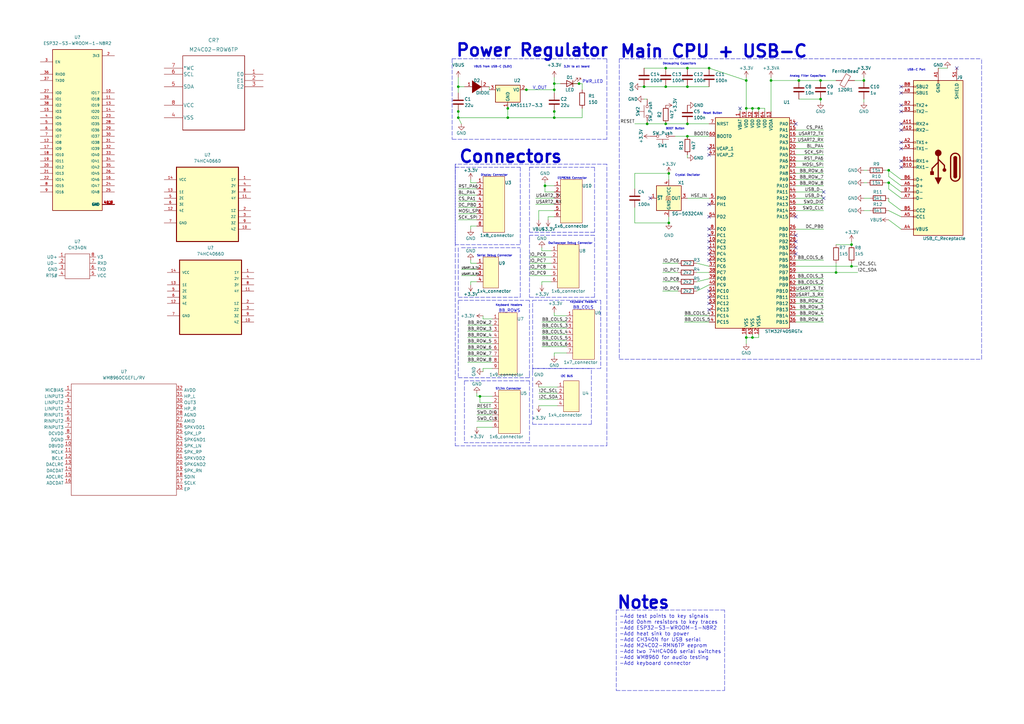
<source format=kicad_sch>
(kicad_sch (version 20211123) (generator eeschema)
  (paper "A3")
  (title_block (title "Finn Berg - ev1") (date "2023-02-08") (company "Cisco Systems"))
  (junction (at 306.07 44.45))
  (junction (at 354.33 33.02))
  (junction (at 215.9 36.83))
  (junction (at 336.55 33.02))
  (junction (at 187.96 45.72))
  (junction (at 227.33 45.72))
  (junction (at 227.33 34.29))
  (junction (at 316.23 33.02))
  (junction (at 342.9 111.76))
  (junction (at 308.61 44.45))
  (junction (at 187.96 35.56))
  (junction (at 364.49 69.85))
  (junction (at 281.94 55.88))
  (junction (at 237.49 34.29))
  (junction (at 349.25 100.33))
  (junction (at 273.05 50.8))
  (junction (at 349.25 109.22))
  (junction (at 281.94 35.56))
  (junction (at 290.83 27.94))
  (junction (at 308.61 138.43))
  (junction (at 281.94 50.8))
  (junction (at 274.32 71.12))
  (junction (at 273.05 35.56))
  (junction (at 364.49 74.93))
  (junction (at 306.07 138.43))
  (junction (at 265.43 50.8))
  (junction (at 196.85 162.56))
  (junction (at 227.33 48.26))
  (junction (at 311.15 44.45))
  (junction (at 227.33 36.83))
  (junction (at 187.96 48.26))
  (junction (at 223.52 76.2))
  (junction (at 208.28 44.45))
  (junction (at 274.32 91.44))
  (junction (at 273.05 27.94))
  (junction (at 208.28 48.26))
  (junction (at 281.94 27.94))
  (junction (at 264.16 35.56))
  (junction (at 306.07 33.02))
  (junction (at 327.66 33.02))
  (junction (at 336.55 40.64))
  (no_connect (at 290.83 101.6))
  (no_connect (at 369.57 68.58))
  (no_connect (at 326.39 50.8))
  (no_connect (at 369.57 45.72))
  (no_connect (at 303.53 44.45))
  (no_connect (at 290.83 88.9))
  (no_connect (at 369.57 66.04))
  (no_connect (at 290.83 60.96))
  (no_connect (at 392.43 27.94))
  (no_connect (at 290.83 83.82))
  (no_connect (at 290.83 93.98))
  (no_connect (at 290.83 124.46))
  (no_connect (at 369.57 53.34))
  (no_connect (at 290.83 106.68))
  (no_connect (at 290.83 99.06))
  (no_connect (at 290.83 121.92))
  (no_connect (at 337.82 78.74))
  (no_connect (at 369.57 43.18))
  (no_connect (at 290.83 127))
  (no_connect (at 326.39 96.52))
  (no_connect (at 290.83 63.5))
  (no_connect (at 369.57 50.8))
  (no_connect (at 326.39 104.14))
  (no_connect (at 290.83 96.52))
  (no_connect (at 369.57 58.42))
  (no_connect (at 266.7 81.28))
  (no_connect (at 290.83 104.14))
  (no_connect (at 337.82 81.28))
  (no_connect (at 369.57 35.56))
  (no_connect (at 326.39 88.9))
  (no_connect (at 369.57 60.96))
  (no_connect (at 326.39 99.06))
  (no_connect (at 290.83 119.38))
  (no_connect (at 326.39 101.6))
  (no_connect (at 369.57 38.1))
  (polyline (pts (xy 243.84 121.92) (xy 243.84 96.52)))
  (wire (pts (xy 271.78 111.76) (xy 278.13 111.76)))
  (wire (pts (xy 191.77 148.59) (xy 201.93 148.59)))
  (wire (pts (xy 191.77 138.43) (xy 201.93 138.43)))
  (polyline (pts (xy 242.57 173.99) (xy 242.57 151.13)))
  (wire (pts (xy 285.75 107.95) (xy 290.83 109.22)))
  (wire (pts (xy 316.23 31.75) (xy 316.23 33.02)))
  (wire (pts (xy 187.96 35.56) (xy 190.5 35.56)))
  (wire (pts (xy 227.33 34.29) (xy 227.33 36.83)))
  (polyline (pts (xy 190.5 156.21) (xy 217.17 156.21)))
  (wire (pts (xy 326.39 76.2) (xy 337.82 76.2)))
  (wire (pts (xy 196.85 165.1) (xy 196.85 162.56)))
  (wire (pts (xy 220.98 163.83) (xy 228.6 163.83)))
  (polyline (pts (xy 217.17 97.79) (xy 217.17 121.92)))
  (wire (pts (xy 364.49 86.36) (xy 369.57 88.9)))
  (wire (pts (xy 364.49 74.93) (xy 369.57 78.74)))
  (wire (pts (xy 227.33 36.83) (xy 227.33 38.1)))
  (wire (pts (xy 364.49 69.85) (xy 369.57 73.66)))
  (wire (pts (xy 285.75 119.38) (xy 290.83 116.84)))
  (wire (pts (xy 326.39 58.42) (xy 337.82 58.42)))
  (wire (pts (xy 195.58 172.72) (xy 201.93 172.72)))
  (polyline (pts (xy 213.36 68.58) (xy 213.36 100.33)))
  (wire (pts (xy 326.39 60.96) (xy 337.82 60.96)))
  (wire (pts (xy 195.58 167.64) (xy 201.93 167.64)))
  (wire (pts (xy 264.16 35.56) (xy 273.05 35.56)))
  (wire (pts (xy 191.77 135.89) (xy 201.93 135.89)))
  (wire (pts (xy 326.39 63.5) (xy 337.82 63.5)))
  (wire (pts (xy 326.39 55.88) (xy 337.82 55.88)))
  (wire (pts (xy 308.61 44.45) (xy 311.15 44.45)))
  (polyline (pts (xy 297.18 283.21) (xy 297.18 250.19)))
  (wire (pts (xy 388.62 27.94) (xy 384.81 27.94)))
  (wire (pts (xy 222.25 137.16) (xy 232.41 137.16)))
  (wire (pts (xy 196.85 162.56) (xy 195.58 162.56)))
  (wire (pts (xy 356.87 86.36) (xy 354.33 86.36)))
  (polyline (pts (xy 252.73 252.73) (xy 252.73 283.21)))
  (wire (pts (xy 222.25 101.6) (xy 222.25 102.87)))
  (wire (pts (xy 326.39 127) (xy 337.82 127)))
  (wire (pts (xy 306.07 44.45) (xy 306.07 45.72)))
  (wire (pts (xy 264.16 40.64) (xy 265.43 40.64)))
  (wire (pts (xy 326.39 71.12) (xy 337.82 71.12)))
  (wire (pts (xy 308.61 138.43) (xy 311.15 138.43)))
  (wire (pts (xy 306.07 33.02) (xy 306.07 44.45)))
  (wire (pts (xy 195.58 107.95) (xy 193.04 107.95)))
  (polyline (pts (xy 217.17 95.25) (xy 217.17 68.58)))
  (polyline (pts (xy 248.92 182.88) (xy 248.92 175.26)))
  (wire (pts (xy 226.06 115.57) (xy 222.25 115.57)))
  (wire (pts (xy 191.77 140.97) (xy 201.93 140.97)))
  (wire (pts (xy 281.94 81.28) (xy 290.83 81.28)))
  (wire (pts (xy 193.04 92.71) (xy 193.04 93.98)))
  (wire (pts (xy 354.33 40.64) (xy 354.33 41.91)))
  (wire (pts (xy 227.33 43.18) (xy 227.33 45.72)))
  (wire (pts (xy 274.32 71.12) (xy 274.32 73.66)))
  (wire (pts (xy 220.98 158.75) (xy 228.6 158.75)))
  (wire (pts (xy 222.25 115.57) (xy 222.25 116.84)))
  (wire (pts (xy 281.94 55.88) (xy 290.83 55.88)))
  (wire (pts (xy 232.41 129.54) (xy 227.33 129.54)))
  (wire (pts (xy 342.9 100.33) (xy 349.25 100.33)))
  (wire (pts (xy 260.35 50.8) (xy 265.43 50.8)))
  (polyline (pts (xy 187.96 123.19) (xy 187.96 154.94)))
  (wire (pts (xy 226.06 102.87) (xy 222.25 102.87)))
  (wire (pts (xy 326.39 86.36) (xy 337.82 86.36)))
  (wire (pts (xy 260.35 71.12) (xy 274.32 71.12)))
  (wire (pts (xy 234.95 34.29) (xy 237.49 34.29)))
  (wire (pts (xy 364.49 90.17) (xy 369.57 93.98)))
  (wire (pts (xy 260.35 85.09) (xy 260.35 91.44)))
  (wire (pts (xy 326.39 53.34) (xy 337.82 53.34)))
  (wire (pts (xy 198.12 129.54) (xy 198.12 130.81)))
  (polyline (pts (xy 218.44 151.13) (xy 218.44 152.4)))
  (wire (pts (xy 223.52 76.2) (xy 223.52 74.93)))
  (wire (pts (xy 217.17 107.95) (xy 226.06 107.95)))
  (wire (pts (xy 187.96 77.47) (xy 195.58 77.47)))
  (wire (pts (xy 326.39 66.04) (xy 337.82 66.04)))
  (wire (pts (xy 326.39 93.98) (xy 337.82 93.98)))
  (wire (pts (xy 327.66 40.64) (xy 336.55 40.64)))
  (polyline (pts (xy 254 24.13) (xy 402.59 24.13)))
  (polyline (pts (xy 254 147.32) (xy 402.59 147.32)))
  (wire (pts (xy 222.25 132.08) (xy 232.41 132.08)))
  (wire (pts (xy 306.07 138.43) (xy 306.07 140.97)))
  (wire (pts (xy 306.07 44.45) (xy 308.61 44.45)))
  (polyline (pts (xy 243.84 96.52) (xy 217.17 96.52)))
  (polyline (pts (xy 243.84 68.58) (xy 243.84 95.25)))
  (wire (pts (xy 326.39 111.76) (xy 342.9 111.76)))
  (polyline (pts (xy 213.36 121.92) (xy 213.36 101.6)))
  (polyline (pts (xy 246.38 151.13) (xy 218.44 151.13)))
  (wire (pts (xy 350.52 33.02) (xy 354.33 33.02)))
  (polyline (pts (xy 217.17 123.19) (xy 187.96 123.19)))
  (wire (pts (xy 201.93 165.1) (xy 196.85 165.1)))
  (wire (pts (xy 222.25 134.62) (xy 232.41 134.62)))
  (polyline (pts (xy 217.17 153.67) (xy 217.17 123.19)))
  (wire (pts (xy 187.96 35.56) (xy 187.96 38.1)))
  (wire (pts (xy 326.39 109.22) (xy 349.25 109.22)))
  (wire (pts (xy 326.39 114.3) (xy 337.82 114.3)))
  (wire (pts (xy 219.71 83.82) (xy 227.33 83.82)))
  (wire (pts (xy 369.57 81.28) (xy 364.49 77.47)))
  (wire (pts (xy 273.05 50.8) (xy 281.94 50.8)))
  (polyline (pts (xy 217.17 121.92) (xy 243.84 121.92)))
  (wire (pts (xy 285.75 111.76) (xy 290.83 111.76)))
  (wire (pts (xy 217.17 105.41) (xy 226.06 105.41)))
  (wire (pts (xy 189.23 110.49) (xy 195.58 110.49)))
  (polyline (pts (xy 242.57 151.13) (xy 218.44 151.13)))
  (polyline (pts (xy 217.17 153.67) (xy 217.17 154.94)))
  (wire (pts (xy 264.16 27.94) (xy 273.05 27.94)))
  (wire (pts (xy 271.78 107.95) (xy 278.13 107.95)))
  (wire (pts (xy 193.04 107.95) (xy 193.04 106.68)))
  (polyline (pts (xy 186.69 182.88) (xy 248.92 182.88)))
  (wire (pts (xy 264.16 35.56) (xy 262.89 35.56)))
  (wire (pts (xy 363.22 69.85) (xy 364.49 69.85)))
  (wire (pts (xy 227.33 76.2) (xy 223.52 76.2)))
  (wire (pts (xy 227.33 86.36) (xy 220.98 86.36)))
  (polyline (pts (xy 218.44 151.13) (xy 218.44 123.19)))
  (wire (pts (xy 354.33 81.28) (xy 356.87 81.28)))
  (wire (pts (xy 195.58 170.18) (xy 201.93 170.18)))
  (polyline (pts (xy 185.42 24.13) (xy 185.42 57.15)))
  (polyline (pts (xy 190.5 156.21) (xy 190.5 181.61)))
  (wire (pts (xy 326.39 129.54) (xy 337.82 129.54)))
  (wire (pts (xy 187.96 45.72) (xy 187.96 48.26)))
  (wire (pts (xy 260.35 91.44) (xy 274.32 91.44)))
  (wire (pts (xy 195.58 92.71) (xy 193.04 92.71)))
  (wire (pts (xy 224.79 88.9) (xy 224.79 90.17)))
  (wire (pts (xy 227.33 31.75) (xy 227.33 34.29)))
  (wire (pts (xy 326.39 116.84) (xy 337.82 116.84)))
  (wire (pts (xy 280.67 132.08) (xy 290.83 132.08)))
  (wire (pts (xy 238.76 34.29) (xy 238.76 36.83)))
  (polyline (pts (xy 186.69 68.58) (xy 186.69 100.33)))
  (wire (pts (xy 215.9 36.83) (xy 227.33 36.83)))
  (wire (pts (xy 326.39 121.92) (xy 337.82 121.92)))
  (wire (pts (xy 280.67 129.54) (xy 290.83 129.54)))
  (wire (pts (xy 369.57 86.36) (xy 364.49 82.55)))
  (wire (pts (xy 201.93 175.26) (xy 195.58 175.26)))
  (polyline (pts (xy 217.17 96.52) (xy 217.17 97.79)))
  (wire (pts (xy 191.77 146.05) (xy 201.93 146.05)))
  (wire (pts (xy 219.71 81.28) (xy 227.33 81.28)))
  (wire (pts (xy 306.07 138.43) (xy 308.61 138.43)))
  (wire (pts (xy 306.07 31.75) (xy 306.07 33.02)))
  (wire (pts (xy 271.78 115.57) (xy 278.13 115.57)))
  (wire (pts (xy 281.94 27.94) (xy 290.83 27.94)))
  (wire (pts (xy 290.83 27.94) (xy 306.07 33.02)))
  (wire (pts (xy 271.78 119.38) (xy 278.13 119.38)))
  (polyline (pts (xy 217.17 68.58) (xy 218.44 68.58)))
  (wire (pts (xy 274.32 88.9) (xy 274.32 91.44)))
  (wire (pts (xy 326.39 78.74) (xy 337.82 78.74)))
  (wire (pts (xy 326.39 124.46) (xy 337.82 124.46)))
  (wire (pts (xy 281.94 50.8) (xy 290.83 50.8)))
  (polyline (pts (xy 187.96 101.6) (xy 187.96 121.92)))
  (wire (pts (xy 217.17 110.49) (xy 226.06 110.49)))
  (polyline (pts (xy 243.84 95.25) (xy 217.17 95.25)))
  (wire (pts (xy 326.39 68.58) (xy 337.82 68.58)))
  (wire (pts (xy 227.33 88.9) (xy 224.79 88.9)))
  (wire (pts (xy 336.55 40.64) (xy 336.55 41.91)))
  (wire (pts (xy 265.43 50.8) (xy 273.05 50.8)))
  (wire (pts (xy 308.61 44.45) (xy 308.61 45.72)))
  (wire (pts (xy 281.94 64.77) (xy 281.94 63.5)))
  (wire (pts (xy 227.33 144.78) (xy 227.33 146.05)))
  (polyline (pts (xy 217.17 156.21) (xy 217.17 181.61)))
  (wire (pts (xy 316.23 33.02) (xy 316.23 45.72)))
  (wire (pts (xy 191.77 133.35) (xy 201.93 133.35)))
  (polyline (pts (xy 218.44 152.4) (xy 218.44 173.99)))
  (polyline (pts (xy 248.92 175.26) (xy 248.92 72.39)))
  (wire (pts (xy 198.12 151.13) (xy 198.12 152.4)))
  (polyline (pts (xy 217.17 68.58) (xy 243.84 68.58)))
  (wire (pts (xy 187.96 90.17) (xy 195.58 90.17)))
  (polyline (pts (xy 254 24.13) (xy 254 147.32)))
  (wire (pts (xy 213.36 36.83) (xy 215.9 36.83)))
  (polyline (pts (xy 218.44 173.99) (xy 242.57 173.99)))
  (wire (pts (xy 187.96 31.75) (xy 187.96 35.56)))
  (wire (pts (xy 326.39 106.68) (xy 337.82 106.68)))
  (wire (pts (xy 208.28 41.91) (xy 208.28 44.45)))
  (polyline (pts (xy 246.38 123.19) (xy 246.38 151.13)))
  (wire (pts (xy 238.76 44.45) (xy 238.76 48.26)))
  (wire (pts (xy 336.55 33.02) (xy 342.9 33.02)))
  (wire (pts (xy 364.49 77.47) (xy 364.49 74.93)))
  (wire (pts (xy 189.23 113.03) (xy 195.58 113.03)))
  (wire (pts (xy 227.33 128.27) (xy 227.33 129.54)))
  (wire (pts (xy 220.98 86.36) (xy 220.98 90.17)))
  (polyline (pts (xy 402.59 147.32) (xy 402.59 24.13)))
  (polyline (pts (xy 252.73 283.21) (xy 297.18 283.21)))
  (wire (pts (xy 354.33 69.85) (xy 355.6 69.85)))
  (wire (pts (xy 195.58 161.29) (xy 195.58 162.56)))
  (wire (pts (xy 227.33 48.26) (xy 238.76 48.26)))
  (wire (pts (xy 193.04 73.66) (xy 193.04 74.93)))
  (wire (pts (xy 354.33 31.75) (xy 354.33 33.02)))
  (wire (pts (xy 326.39 132.08) (xy 337.82 132.08)))
  (polyline (pts (xy 252.73 250.19) (xy 252.73 252.73)))
  (wire (pts (xy 227.33 34.29) (xy 229.87 34.29)))
  (wire (pts (xy 326.39 119.38) (xy 337.82 119.38)))
  (wire (pts (xy 187.96 85.09) (xy 195.58 85.09)))
  (wire (pts (xy 191.77 143.51) (xy 201.93 143.51)))
  (wire (pts (xy 273.05 35.56) (xy 281.94 35.56)))
  (polyline (pts (xy 213.36 100.33) (xy 186.69 100.33)))
  (wire (pts (xy 311.15 44.45) (xy 311.15 45.72)))
  (wire (pts (xy 308.61 137.16) (xy 308.61 138.43)))
  (wire (pts (xy 273.05 27.94) (xy 281.94 27.94)))
  (polyline (pts (xy 186.69 68.58) (xy 213.36 68.58)))
  (polyline (pts (xy 185.42 24.13) (xy 248.92 24.13)))
  (wire (pts (xy 201.93 130.81) (xy 198.12 130.81)))
  (wire (pts (xy 220.98 166.37) (xy 228.6 166.37)))
  (wire (pts (xy 342.9 111.76) (xy 351.79 111.76)))
  (wire (pts (xy 349.25 109.22) (xy 351.79 109.22)))
  (wire (pts (xy 187.96 43.18) (xy 187.96 45.72)))
  (wire (pts (xy 364.49 82.55) (xy 364.49 81.28)))
  (polyline (pts (xy 252.73 250.19) (xy 252.73 250.19)))
  (wire (pts (xy 237.49 34.29) (xy 238.76 34.29)))
  (wire (pts (xy 227.33 45.72) (xy 227.33 48.26)))
  (wire (pts (xy 354.33 74.93) (xy 355.6 74.93)))
  (wire (pts (xy 195.58 74.93) (xy 193.04 74.93)))
  (polyline (pts (xy 187.96 121.92) (xy 213.36 121.92)))
  (wire (pts (xy 281.94 35.56) (xy 290.83 35.56)))
  (wire (pts (xy 369.57 76.2) (xy 364.49 72.39)))
  (wire (pts (xy 187.96 80.01) (xy 195.58 80.01)))
  (wire (pts (xy 195.58 115.57) (xy 193.04 115.57)))
  (polyline (pts (xy 186.69 67.31) (xy 186.69 182.88)))
  (wire (pts (xy 311.15 44.45) (xy 313.69 44.45)))
  (wire (pts (xy 303.53 45.72) (xy 303.53 44.45)))
  (wire (pts (xy 208.28 48.26) (xy 187.96 48.26)))
  (wire (pts (xy 220.98 161.29) (xy 228.6 161.29)))
  (wire (pts (xy 222.25 142.24) (xy 232.41 142.24)))
  (polyline (pts (xy 248.92 24.13) (xy 248.92 57.15)))
  (wire (pts (xy 193.04 115.57) (xy 193.04 116.84)))
  (polyline (pts (xy 217.17 181.61) (xy 190.5 181.61)))
  (wire (pts (xy 364.49 72.39) (xy 364.49 69.85)))
  (wire (pts (xy 363.22 74.93) (xy 364.49 74.93)))
  (polyline (pts (xy 248.92 67.31) (xy 186.69 67.31)))
  (wire (pts (xy 260.35 77.47) (xy 260.35 71.12)))
  (wire (pts (xy 232.41 144.78) (xy 227.33 144.78)))
  (wire (pts (xy 313.69 44.45) (xy 313.69 45.72)))
  (wire (pts (xy 276.86 55.88) (xy 281.94 55.88)))
  (wire (pts (xy 217.17 113.03) (xy 226.06 113.03)))
  (polyline (pts (xy 187.96 154.94) (xy 217.17 154.94)))
  (wire (pts (xy 342.9 107.95) (xy 342.9 111.76)))
  (polyline (pts (xy 189.23 101.6) (xy 213.36 101.6)))
  (polyline (pts (xy 297.18 250.19) (xy 252.73 250.19)))
  (polyline (pts (xy 248.92 57.15) (xy 185.42 57.15)))
  (wire (pts (xy 311.15 137.16) (xy 311.15 138.43)))
  (wire (pts (xy 222.25 139.7) (xy 232.41 139.7)))
  (wire (pts (xy 326.39 81.28) (xy 337.82 81.28)))
  (wire (pts (xy 326.39 73.66) (xy 337.82 73.66)))
  (polyline (pts (xy 248.92 72.39) (xy 248.92 67.31)))
  (wire (pts (xy 223.52 78.74) (xy 223.52 76.2)))
  (polyline (pts (xy 186.69 67.31) (xy 186.69 73.66)))
  (wire (pts (xy 201.93 151.13) (xy 198.12 151.13)))
  (wire (pts (xy 208.28 44.45) (xy 208.28 48.26)))
  (wire (pts (xy 187.96 87.63) (xy 195.58 87.63)))
  (wire (pts (xy 349.25 107.95) (xy 349.25 109.22)))
  (wire (pts (xy 200.66 35.56) (xy 200.66 36.83)))
  (wire (pts (xy 327.66 33.02) (xy 336.55 33.02)))
  (wire (pts (xy 187.96 82.55) (xy 195.58 82.55)))
  (wire (pts (xy 316.23 33.02) (xy 327.66 33.02)))
  (wire (pts (xy 349.25 99.06) (xy 349.25 100.33)))
  (wire (pts (xy 227.33 78.74) (xy 223.52 78.74)))
  (wire (pts (xy 306.07 137.16) (xy 306.07 138.43)))
  (wire (pts (xy 187.96 48.26) (xy 189.23 50.8)))
  (polyline (pts (xy 218.44 123.19) (xy 246.38 123.19)))
  (wire (pts (xy 285.75 115.57) (xy 290.83 114.3)))
  (wire (pts (xy 201.93 162.56) (xy 196.85 162.56)))
  (wire (pts (xy 208.28 48.26) (xy 227.33 48.26)))
  (wire (pts (xy 326.39 83.82) (xy 337.82 83.82)))
  (text "Notes" (at 252.73 250.19 0) (effects (font (size 5 5) (thickness 1) bold) (justify left bottom)))
  (text "Osciloscope Debug Connector" (at 224.79 100.33 0) (effects (font (size 0.8 0.8)) (justify left bottom)))
  (text "BOOT Button\n\n" (at 273.05 54.61 0) (effects (font (size 0.8 0.8)) (justify left bottom)))
  (text "STLink Connector" (at 203.2 160.02 0) (effects (font (size 0.8 0.8)) (justify left bottom)))
  (text "-Add test points to key signals\n-Add 0ohm resistors to key traces\n-Add ESP32-S3-WROOM-1-N8R2\n-Add heat sink to power\n-Add CH340N for USB serial\n-Add M24C02-RMN6TP eeprom\n-Add two 74HC4066 serial switches\n-Add WM8960 for audio testing\n-Add keyboard connector" (at 254 273.05 0) (effects (font (size 1.5 1.5)) (justify left bottom)))
  (text "Power Regulator\n\n" (at 186.69 31.75 0) (effects (font (size 5 5) (thickness 1) bold) (justify left bottom)))
  (text "V_OUT" (at 218.44 36.83 0) (effects (font (size 1.27 1.27)) (justify left bottom)))
  (text "BB_ROWS\n" (at 204.47 128.27 0) (effects (font (size 1.27 1.27)) (justify left bottom)))
  (text "Display Connector" (at 208.28 72.39 180) (effects (font (size 0.8 0.8)) (justify right bottom)))
  (text "Main CPU + USB-C" (at 254 24.13 0) (effects (font (size 5 5) (thickness 1) bold) (justify left bottom)))
  (text "BB_COLS\n" (at 234.95 127 0) (effects (font (size 1.27 1.27)) (justify left bottom)))
  (text "PWR_LED" (at 238.76 34.29 0) (effects (font (size 1.27 1.27)) (justify left bottom)))
  (text "Keyboard Headers" (at 203.2 125.73 0) (effects (font (size 0.8 0.8)) (justify left bottom)))
  (text "Decoupling Capacitors" (at 271.78 26.67 0) (effects (font (size 0.8 0.8)) (justify left bottom)))
  (text "Reset Button" (at 288.29 46.99 0) (effects (font (size 0.8 0.8)) (justify left bottom)))
  (text "Serial Debug Connector" (at 195.58 105.41 0) (effects (font (size 0.8 0.8)) (justify left bottom)))
  (text "VBUS from USB-C (5.0V)" (at 194.31 27.94 0) (effects (font (size 0.8 0.8)) (justify left bottom)))
  (text "Keyboard Headers" (at 233.68 124.46 0) (effects (font (size 0.8 0.8)) (justify left bottom)))
  (text "Connectors" (at 187.96 67.31 0) (effects (font (size 5 5) bold) (justify left bottom)))
  (text "3.3V to all board" (at 231.14 27.94 0) (effects (font (size 0.8 0.8)) (justify left bottom)))
  (text "Analog Filter Capacitors" (at 323.85 31.75 0) (effects (font (size 0.8 0.8)) (justify left bottom)))
  (text "I2C BUS" (at 229.87 154.94 0) (effects (font (size 0.8 0.8)) (justify left bottom)))
  (text "Crystal Oscilator" (at 276.86 72.39 0) (effects (font (size 0.8 0.8)) (justify left bottom)))
  (text "ESP8266 Connector" (at 228.6 73.66 0) (effects (font (size 0.8 0.8)) (justify left bottom)))
  (text "USB-C Port" (at 372.11 29.21 0) (effects (font (size 0.8 0.8)) (justify left bottom)))
  (label "BB_ROW_4" (at 337.82 129.54 180))
  (label "BB_ROW_5" (at 191.77 140.97 0))
  (label "BB_ROW_8" (at 191.77 148.59 0))
  (label "BB_ROW_2" (at 191.77 133.35 0))
  (label "BB_ROW_7" (at 337.82 73.66 180))
  (label "BB_COLS_6" (at 337.82 106.68 180))
  (label "SCK_SPI" (at 337.82 63.5 180))
  (label "IO_PC6" (at 271.78 107.95 0))
  (label "USART2_RX" (at 219.71 83.82 0))
  (label "SWD_CLK" (at 337.82 86.36 180))
  (label "HSE_IN" (at 283.21 81.28 0))
  (label "MOSI_SPI" (at 337.82 68.58 180))
  (label "USART_3_RX" (at 337.82 121.92 180))
  (label "RST_PA6" (at 337.82 66.04 180))
  (label "RST_PA6" (at 187.96 77.47 0))
  (label "BB_COLS_3" (at 222.25 134.62 0))
  (label "BOOT0" (at 284.48 55.88 0))
  (label "IO_PC9" (at 271.78 119.38 0))
  (label "CS_PA1" (at 337.82 53.34 180))
  (label "USART_3_TX" (at 189.23 110.49 0) (effects (font (size 0.8 0.8))))
  (label "BB_ROW_3" (at 191.77 135.89 0))
  (label "DC_PB0" (at 187.96 85.09 0))
  (label "BB_COLS_3" (at 337.82 114.3 180))
  (label "MOSI_SPI" (at 187.96 87.63 0))
  (label "IO_PC8" (at 271.78 115.57 0))
  (label "USART2_TX" (at 337.82 55.88 180))
  (label "BB_ROW_2" (at 337.82 124.46 180))
  (label "USART_3_RX" (at 189.23 113.03 0) (effects (font (size 0.8 0.8))))
  (label "BB_COLS_5" (at 280.67 132.08 0))
  (label "BB_ROW_5" (at 337.82 132.08 180))
  (label "BL_PA4" (at 337.82 60.96 180))
  (label "BB_COLS_2" (at 337.82 116.84 180))
  (label "IO_PC7" (at 217.17 107.95 0))
  (label "I2C_SDA" (at 351.79 111.76 0))
  (label "BB_ROW_7" (at 191.77 146.05 0))
  (label "SWD_DIO" (at 195.58 170.18 0))
  (label "I2C_SCL" (at 351.79 109.22 0))
  (label "SWD_CLK" (at 195.58 172.72 0))
  (label "RESET" (at 260.35 50.8 180))
  (label "I2C_SDA" (at 220.98 163.83 0))
  (label "BB_COLS_6" (at 222.25 142.24 0))
  (label "SCK_SPI" (at 187.96 90.17 0))
  (label "BB_ROW_4" (at 191.77 138.43 0))
  (label "IO_PC9" (at 217.17 113.03 0))
  (label "BB_COLS_4" (at 280.67 129.54 0))
  (label "USART_3_TX" (at 337.82 119.38 180))
  (label "BB_COLS_5" (at 222.25 139.7 0))
  (label "BB_COLS_2" (at 222.25 132.08 0))
  (label "IO_PC6" (at 217.17 105.41 0))
  (label "SWD_DIO" (at 337.82 83.82 180))
  (label "BB_ROW_6" (at 337.82 71.12 180))
  (label "BB_ROW_6" (at 191.77 143.51 0))
  (label "IO_PC7" (at 271.78 111.76 0))
  (label "BB_ROW_3" (at 337.82 127 180))
  (label "USB_D+" (at 337.82 81.28 180))
  (label "I2C_SCL" (at 220.98 161.29 0))
  (label "BB_COLS_4" (at 222.25 137.16 0))
  (label "BL_PA4" (at 187.96 80.01 0))
  (label "USART2_RX" (at 337.82 58.42 180))
  (label "USART2_TX" (at 219.71 81.28 0))
  (label "IO_PC8" (at 217.17 110.49 0))
  (label "BB_ROW_8" (at 337.82 76.2 180))
  (label "DC_PB0" (at 337.82 93.98 180))
  (label "USB_D-" (at 337.82 78.74 180))
  (label "RESET" (at 195.58 167.64 0))
  (label "CS_PA1" (at 187.96 82.55 0))
  (symbol (lib_id "connector_library:1x9_connector") (at 204.47 153.67 0) (unit 1)
    (property "Reference" "U7" (at 212.09 130.81 0) (effects (justify left)))
    (property "Value" "1x9_connector" (at 200.66 153.67 0) (effects (justify left)))
    (property "Footprint" "1x4 pin download:1x9_connector" (effects hide))
  )
  (symbol (lib_id "power:VBUS") (at 187.96 31.75 0) (unit 1)
    (property "Reference" "#PWR0126" (effects hide))
    (property "Value" "VBUS" (at 187.96 26.67 0))
  )
  (symbol (lib_id "power:VBUS") (at 220.98 90.17 180) (unit 1)
    (property "Reference" "#PWR022" (effects hide))
    (property "Value" "VBUS" (at 220.98 93.98 0))
  )
  (symbol (lib_id "Switch:SW_Push") (at 265.43 45.72 90) (mirror x) (unit 1)
    (property "Reference" "SW2" (at 261.62 45.72 0))
    (property "Value" "SW_Push" (at 266.7 45.72 0))
    (property "Footprint" "Button_Switch_SMD:SW_DIP_SPSTx01_Slide_6.7x4.1mm_W6.73mm_P2.54mm_LowProfile_JPin" (effects hide))
  )
  (symbol (lib_id "power:GND") (at 189.23 50.8 0) (unit 1)
    (property "Reference" "#PWR0125" (effects hide))
    (property "Value" "GND" (at 189.23 54.61 0))
  )
  (symbol (lib_id "connector_library:1x4_connector") (at 198.12 118.11 0) (unit 1)
    (property "Reference" "U9" (at 204.47 107.95 0) (effects (justify left)))
    (property "Value" "1x4_connector" (at 195.58 119.38 0) (effects (justify left)))
    (property "Footprint" "1x4 pin download:1x4_connector" (effects hide))
  )
  (symbol (lib_id "power:+3.3V") (at 195.58 175.26 180) (unit 1)
    (property "Reference" "#PWR015" (effects hide))
    (property "Value" "+3.3V" (at 195.58 179.07 0))
  )
  (symbol (lib_id "power:GND") (at 354.33 41.91 0) (unit 1)
    (property "Reference" "#PWR0101" (effects hide))
    (property "Value" "GND" (at 354.33 45.72 0))
  )
  (symbol (lib_id "ESP32-S3-WROOM-1-N8R2:ESP32-S3-WROOM-1-N8R2") (at 31.75 53.34 0) (unit 1)
    (property "Reference" "U?" (at 31.75 15.24 0))
    (property "Value" "ESP32-S3-WROOM-1-N8R2" (at 31.75 17.78 0))
    (property "Footprint" "ESP32-S3-WROOM-1-N8R2:ESP32-S3-WROOM-1-N8R2" (effects hide))
    (property "MF" "Espressif Systems" (effects hide))
    (property "Purchase-URL" "https://pricing.snapeda.com/search/part/ESP32-S3-WROOM-1-N8R2/?ref=eda" (effects hide))
    (property "Description" "\\nWiFi 802.11a/b/g/n, Bluetooth v5.0 Transceiver Module 2.4GHz Antenna Not Included -\\n" (effects hide))
    (property "Price" "None" (effects hide))
    (property "MP" "ESP32-S3-WROOM-1-N8R2" (effects hide))
    (property "Availability" "In Stock" (effects hide))
    (property "Package" "- Espressif Systems" (effects hide))
  )
  (symbol (lib_id "power:+3.3V") (at 193.04 116.84 180) (unit 1)
    (property "Reference" "#PWR02" (effects hide))
    (property "Value" "+3.3V" (at 193.04 120.65 0))
  )
  (symbol (lib_id "Connector:USB_C_Receptacle") (at 384.81 68.58 180) (unit 1)
    (property "Reference" "J9" (at 392.43 31.75 0) (effects (justify right)))
    (property "Value" "USB_C_Receptacle" (at 378.46 97.79 0) (effects (justify right)))
    (property "Footprint" "Connector_USB:USB_C_Receptacle_HRO_TYPE-C-31-M-12" (effects hide))
    (property "Datasheet" "https://www.usb.org/sites/default/files/documents/usb_type-c.zip" (effects hide))
  )
  (symbol (lib_id "power:GND") (at 354.33 81.28 270) (unit 1)
    (property "Reference" "#PWR05" (effects hide))
    (property "Value" "GND" (at 351.79 81.28 90) (effects (justify right)))
  )
  (symbol (lib_id "Device:C") (at 281.94 31.75 0) (unit 1)
    (property "Reference" "C12" (at 284.48 30.48 0) (effects (justify left)))
    (property "Value" "100n" (at 284.48 33.02 0) (effects (justify left)))
    (property "Footprint" "Capacitor_SMD:C_0805_2012Metric" (effects hide))
  )
  (symbol (lib_id "Device:C") (at 354.33 36.83 0) (unit 1)
    (property "Reference" "C10" (at 356.87 35.56 0) (effects (justify left)))
    (property "Value" "1u" (at 356.87 38.1 0) (effects (justify left)))
    (property "Footprint" "Capacitor_SMD:C_0805_2012Metric" (effects hide))
  )
  (symbol (lib_id "connector_library:1x8_connector") (at 198.12 95.25 0) (unit 1)
    (property "Reference" "U3" (at 207.01 74.93 0) (effects (justify left)))
    (property "Value" "1x8_connector" (at 196.85 96.52 0) (effects (justify left)))
    (property "Footprint" "1x4 pin download:1X8_CONNECTOR" (effects hide))
  )
  (symbol (lib_id "Oscillator:SG-5032CAN") (at 274.32 81.28 0) (unit 1)
    (property "Reference" "X1" (at 279.4 74.93 0))
    (property "Value" "SG-5032CAN" (at 281.94 87.63 0))
    (property "Footprint" "Oscillator:Oscillator_SMD_SeikoEpson_SG8002LB-4Pin_5.0x3.2mm" (effects hide))
    (property "Datasheet" "https://support.epson.biz/td/api/doc_check.php?dl=brief_SG5032CAN&lang=en" (effects hide))
  )
  (symbol (lib_id "Device:R") (at 349.25 104.14 0) (unit 1)
    (property "Reference" "R8" (at 350.52 101.6 0) (effects (justify left)))
    (property "Value" "1k5" (at 350.52 104.14 0) (effects (justify left)))
    (property "Footprint" "Resistor_SMD:R_0805_2012Metric" (effects hide))
  )
  (symbol (lib_id "power:GND") (at 354.33 69.85 270) (unit 1)
    (property "Reference" "#PWR0133" (effects hide))
    (property "Value" "GND" (at 351.79 69.85 90) (effects (justify right)))
  )
  (symbol (lib_id "Device:R") (at 281.94 107.95 90) (unit 1)
    (property "Reference" "R3" (at 285.75 106.68 90))
    (property "Value" "2k2" (at 281.94 107.95 90))
    (property "Footprint" "Resistor_SMD:R_0805_2012Metric" (effects hide))
  )
  (symbol (lib_id "MCU_ST_STM32F4:STM32F405RGTx") (at 308.61 91.44 0) (unit 1)
    (property "Reference" "U1" (at 321.31 41.91 0) (effects (justify left)))
    (property "Value" "STM32F405RGTx" (at 313.69 135.89 0) (effects (justify left)))
    (property "Footprint" "Package_QFP:LQFP-64_10x10mm_P0.5mm" (effects hide))
    (property "Datasheet" "http://www.st.com/st-web-ui/static/active/en/resource/technical/document/datasheet/DM00037051.pdf" (effects hide))
  )
  (symbol (lib_id "power:GND") (at 220.98 158.75 180) (unit 1)
    (property "Reference" "#PWR0108" (effects hide))
    (property "Value" "GND" (at 220.98 153.67 0))
  )
  (symbol (lib_id "Switch:SW_Push") (at 271.78 55.88 0) (mirror x) (unit 1)
    (property "Reference" "SW1" (at 271.78 59.69 0))
    (property "Value" "SW_Push" (at 271.78 54.61 0))
    (property "Footprint" "Button_Switch_SMD:SW_DIP_SPSTx01_Slide_6.7x4.1mm_W6.73mm_P2.54mm_LowProfile_JPin" (effects hide))
  )
  (symbol (lib_id "Device:R") (at 238.76 40.64 180) (unit 1)
    (property "Reference" "R1" (at 241.3 39.3699 0) (effects (justify right)))
    (property "Value" "150" (at 241.3 41.9099 0) (effects (justify right)))
    (property "Footprint" "Resistor_SMD:R_0805_2012Metric" (effects hide))
  )
  (symbol (lib_id "Device:R") (at 273.05 46.99 180) (unit 1)
    (property "Reference" "R2" (at 270.51 46.99 90))
    (property "Value" "4k7" (at 275.59 46.99 90))
    (property "Footprint" "Resistor_SMD:R_0805_2012Metric" (effects hide))
  )
  (symbol (lib_id "Device:R") (at 360.68 81.28 90) (unit 1)
    (property "Reference" "R11" (at 361.95 78.74 90) (effects (justify left)))
    (property "Value" "5k1" (at 361.95 81.28 90) (effects (justify left)))
    (property "Footprint" "Resistor_SMD:R_0805_2012Metric" (effects hide))
  )
  (symbol (lib_id "m24c02-rdw6tp:M24C02-RDW6TP") (at 67.31 27.94 0) (unit 1)
    (property "Reference" "CR?" (at 87.63 16.51 0) (effects (font (size 1.524 1.524))))
    (property "Value" "M24C02-RDW6TP" (at 87.63 20.32 0) (effects (font (size 1.524 1.524))))
    (property "Footprint" "ESP32-S3-WROOM-1-N8R2:M24C02-RDW6TP" (effects hide))
  )
  (symbol (lib_id "Device:R") (at 281.94 111.76 90) (unit 1)
    (property "Reference" "R4" (at 285.75 110.49 90))
    (property "Value" "2k2" (at 281.94 111.76 90))
    (property "Footprint" "Resistor_SMD:R_0805_2012Metric" (effects hide))
  )
  (symbol (lib_id "power:GND") (at 281.94 64.77 90) (unit 1)
    (property "Reference" "#PWR011" (effects hide))
    (property "Value" "GND" (at 284.48 64.77 90) (effects (justify right)))
  )
  (symbol (lib_id "power:+3.3V") (at 274.32 71.12 0) (unit 1)
    (property "Reference" "#PWR012" (effects hide))
    (property "Value" "+3.3V" (at 274.32 67.31 0))
  )
  (symbol (lib_id "power:GND") (at 262.89 35.56 270) (unit 1)
    (property "Reference" "#PWR0111" (effects hide))
    (property "Value" "GND" (at 259.08 35.56 0))
  )
  (symbol (lib_id "Device:R") (at 359.41 74.93 90) (unit 1)
    (property "Reference" "R10" (at 359.41 72.39 90))
    (property "Value" "15k" (at 359.41 74.93 90))
    (property "Footprint" "Resistor_SMD:R_0805_2012Metric" (effects hide))
  )
  (symbol (lib_id "Device:LED") (at 233.68 34.29 180) (unit 1)
    (property "Reference" "D1" (at 233.68 31.75 0))
    (property "Value" "LED" (at 233.68 36.83 0))
    (property "Footprint" "LED_SMD:LED_0805_2012Metric" (effects hide))
  )
  (symbol (lib_id "power:VBUS") (at 364.49 90.17 90) (unit 1)
    (property "Reference" "#PWR0103" (effects hide))
    (property "Value" "VBUS" (at 361.95 90.17 90) (effects (justify left)))
  )
  (symbol (lib_id "Device:R") (at 359.41 69.85 90) (unit 1)
    (property "Reference" "R9" (at 359.41 67.31 90))
    (property "Value" "15k" (at 359.41 69.85 90))
    (property "Footprint" "Resistor_SMD:R_0805_2012Metric" (effects hide))
  )
  (symbol (lib_id "power:GND") (at 198.12 152.4 270) (unit 1)
    (property "Reference" "#PWR016" (effects hide))
    (property "Value" "GND" (at 194.31 152.4 0))
  )
  (symbol (lib_id "power:GND") (at 264.16 40.64 270) (unit 1)
    (property "Reference" "#PWR07" (effects hide))
    (property "Value" "GND" (at 261.62 40.64 90) (effects (justify right)))
  )
  (symbol (lib_id "power:+3.3V") (at 224.79 90.17 180) (unit 1)
    (property "Reference" "#PWR024" (effects hide))
    (property "Value" "+3.3V" (at 224.79 93.98 0))
  )
  (symbol (lib_id "power:GND") (at 227.33 146.05 0) (unit 1)
    (property "Reference" "#PWR020" (effects hide))
    (property "Value" "GND" (at 227.33 149.86 0))
  )
  (symbol (lib_id "power:+3.3V") (at 227.33 31.75 0) (unit 1)
    (property "Reference" "#PWR0127" (effects hide))
    (property "Value" "+3.3V" (at 227.33 26.67 0))
  )
  (symbol (lib_id "connector_library:1x6_connector") (at 228.6 118.11 0) (unit 1)
    (property "Reference" "U8" (at 237.49 102.87 0) (effects (justify left)))
    (property "Value" "1x6_connector" (at 226.06 119.38 0) (effects (justify left)))
    (property "Footprint" "1x4 pin download:1x6_connector" (effects hide))
  )
  (symbol (lib_id "power:+3.3V") (at 306.07 31.75 0) (unit 1)
    (property "Reference" "#PWR0118" (effects hide))
    (property "Value" "+3.3V" (at 306.07 27.94 0))
  )
  (symbol (lib_id "Device:FerriteBead") (at 346.71 33.02 90) (unit 1)
    (property "Reference" "120R1" (at 346.71 36.83 90))
    (property "Value" "FerriteBead" (at 346.71 29.21 90))
    (property "Footprint" "Inductor_SMD:L_0805_2012Metric" (effects hide))
  )
  (symbol (lib_id "Device:R") (at 360.68 86.36 90) (unit 1)
    (property "Reference" "R12" (at 361.95 83.82 90) (effects (justify left)))
    (property "Value" "5k1" (at 361.95 86.36 90) (effects (justify left)))
    (property "Footprint" "Resistor_SMD:R_0805_2012Metric" (effects hide))
  )
  (symbol (lib_id "Device:C") (at 327.66 36.83 0) (unit 1)
    (property "Reference" "C8" (at 330.2 35.56 0) (effects (justify left)))
    (property "Value" "10n" (at 330.2 38.1 0) (effects (justify left)))
    (property "Footprint" "Capacitor_SMD:C_0805_2012Metric" (effects hide))
  )
  (symbol (lib_id "connector_library:1x7_connector") (at 234.95 147.32 0) (unit 1)
    (property "Reference" "U6" (at 243.84 128.27 0) (effects (justify left)))
    (property "Value" "1x7_connector" (at 231.14 148.59 0) (effects (justify left)))
    (property "Footprint" "1x4 pin download:1x7_connector" (effects hide))
  )
  (symbol (lib_id "power:GND") (at 222.25 101.6 180) (unit 1)
    (property "Reference" "#PWR018" (effects hide))
    (property "Value" "GND" (at 222.25 97.79 0))
  )
  (symbol (lib_id "power:GND") (at 354.33 86.36 270) (unit 1)
    (property "Reference" "#PWR06" (effects hide))
    (property "Value" "GND" (at 351.79 86.36 90) (effects (justify right)))
  )
  (symbol (lib_id "pspice:DIODE") (at 195.58 35.56 0) (unit 1)
    (property "Reference" "D2" (at 195.58 33.02 0))
    (property "Value" "DIODE" (at 198.12 38.1 0))
    (property "Footprint" "Diode_SMD:D_0805_2012Metric" (effects hide))
  )
  (symbol (lib_id "Device:R") (at 342.9 104.14 0) (unit 1)
    (property "Reference" "R7" (at 344.17 101.6 0) (effects (justify left)))
    (property "Value" "1k5" (at 344.17 104.14 0) (effects (justify left)))
    (property "Footprint" "Resistor_SMD:R_0805_2012Metric" (effects hide))
  )
  (symbol (lib_id "power:GND") (at 274.32 91.44 0) (unit 1)
    (property "Reference" "#PWR013" (effects hide))
    (property "Value" "GND" (at 274.32 96.52 0))
  )
  (symbol (lib_id "connector_library:1x4_connector") (at 231.14 168.91 0) (unit 1)
    (property "Reference" "U4" (at 238.76 161.2899 0) (effects (justify left)))
    (property "Value" "1x4_connector" (at 224.79 170.18 0) (effects (justify left)))
    (property "Footprint" "1x4 pin download:1x4_connector" (effects hide))
  )
  (symbol (lib_id "Device:C") (at 290.83 31.75 0) (unit 1)
    (property "Reference" "C11" (at 293.37 30.48 0) (effects (justify left)))
    (property "Value" "100n" (at 293.37 33.02 0) (effects (justify left)))
    (property "Footprint" "Capacitor_SMD:C_0805_2012Metric" (effects hide))
  )
  (symbol (lib_id "power:+3.3V") (at 220.98 166.37 180) (unit 1)
    (property "Reference" "#PWR0110" (effects hide))
    (property "Value" "+3.3V" (at 220.98 171.45 0))
  )
  (symbol (lib_name "WM8960CGEFL{slash}RV_1") (lib_id "Audio Interface:WM8960CGEFL{slash}RV") (at 29.21 203.2 0) (unit 1)
    (property "Reference" "U?" (at 50.8 152.4 0))
    (property "Value" "WM8960CGEFL/RV" (at 50.8 154.94 0))
    (property "Footprint" "ESP32-S3-WROOM-1-N8R2:QFN50P500X500X90-33N" (effects hide))
  )
  (symbol (lib_id "power:GND") (at 223.52 74.93 180) (unit 1)
    (property "Reference" "#PWR023" (effects hide))
    (property "Value" "GND" (at 223.52 71.12 0))
  )
  (symbol (lib_id "power:GND") (at 281.94 43.18 90) (unit 1)
    (property "Reference" "#PWR010" (effects hide))
    (property "Value" "GND" (at 284.48 43.18 90) (effects (justify right)))
  )
  (symbol (lib_id "power:+3.3VA") (at 316.23 31.75 0) (unit 1)
    (property "Reference" "#PWR0119" (effects hide))
    (property "Value" "+3.3VA" (at 316.23 27.94 0))
  )
  (symbol (lib_id "Device:C") (at 336.55 36.83 0) (unit 1)
    (property "Reference" "C9" (at 339.09 35.56 0) (effects (justify left)))
    (property "Value" "1u" (at 339.09 38.1 0) (effects (justify left)))
    (property "Footprint" "Capacitor_SMD:C_0805_2012Metric" (effects hide))
  )
  (symbol (lib_id "power:+3.3V") (at 227.33 128.27 0) (unit 1)
    (property "Reference" "#PWR0107" (effects hide))
    (property "Value" "+3.3V" (at 224.79 124.46 0) (effects (justify left)))
  )
  (symbol (lib_id "Device:R") (at 281.94 119.38 90) (unit 1)
    (property "Reference" "R6" (at 285.75 118.11 90))
    (property "Value" "2k2" (at 281.94 119.38 90))
    (property "Footprint" "Resistor_SMD:R_0805_2012Metric" (effects hide))
  )
  (symbol (lib_id "power:+3.3V") (at 354.33 31.75 0) (unit 1)
    (property "Reference" "#PWR0102" (effects hide))
    (property "Value" "+3.3V" (at 354.33 27.94 0))
  )
  (symbol (lib_id "power:+3.3V") (at 198.12 129.54 90) (unit 1)
    (property "Reference" "#PWR0106" (effects hide))
    (property "Value" "+3.3V" (at 191.77 129.54 90))
  )
  (symbol (lib_id "Device:C") (at 227.33 41.91 0) (unit 1)
    (property "Reference" "C2" (at 229.87 40.64 0) (effects (justify left)))
    (property "Value" "22u" (at 229.87 43.18 0) (effects (justify left)))
    (property "Footprint" "Capacitor_SMD:C_0805_2012Metric" (effects hide))
  )
  (symbol (lib_id "power:GND") (at 354.33 74.93 270) (unit 1)
    (property "Reference" "#PWR0132" (effects hide))
    (property "Value" "GND" (at 351.79 74.93 90) (effects (justify right)))
  )
  (symbol (lib_id "Regulator_Linear:AMS1117-3.3") (at 208.28 36.83 0) (unit 1)
    (property "Reference" "U2" (at 212.09 33.02 0))
    (property "Value" "AMS1117-3.3" (at 215.9 43.18 0))
    (property "Footprint" "Package_TO_SOT_SMD:SOT-223-3_TabPin2" (effects hide))
    (property "Datasheet" "http://www.advanced-monolithic.com/pdf/ds1117.pdf" (effects hide))
  )
  (symbol (lib_id "power:GND") (at 306.07 140.97 0) (unit 1)
    (property "Reference" "#PWR0113" (effects hide))
    (property "Value" "GND" (at 306.07 144.78 0))
  )
  (symbol (lib_id "Device:R") (at 281.94 115.57 90) (unit 1)
    (property "Reference" "R5" (at 285.75 114.3 90))
    (property "Value" "2k2" (at 281.94 115.57 90))
    (property "Footprint" "Resistor_SMD:R_0805_2012Metric" (effects hide))
  )
  (symbol (lib_id "power:GND") (at 388.62 27.94 180) (unit 1)
    (property "Reference" "#PWR0114" (effects hide))
    (property "Value" "GND" (at 384.81 26.67 0))
  )
  (symbol (lib_id "power:+3.3V") (at 273.05 43.18 270) (unit 1)
    (property "Reference" "#PWR09" (effects hide))
    (property "Value" "+3.3V" (at 276.86 43.18 0))
  )
  (symbol (lib_id "Device:C") (at 273.05 31.75 0) (unit 1)
    (property "Reference" "C13" (at 275.59 30.48 0) (effects (justify left)))
    (property "Value" "100n" (at 275.59 33.02 0) (effects (justify left)))
    (property "Footprint" "Capacitor_SMD:C_0805_2012Metric" (effects hide))
  )
  (symbol (lib_id "74HC4066D:74HC4066D") (at 86.36 119.38 0) (unit 1)
    (property "Reference" "U?" (at 86.36 101.6 0))
    (property "Value" "74HC4066D" (at 86.36 104.14 0))
    (property "Footprint" "ESP32-S3-WROOM-1-N8R2:SOIC127P600X175-14N" (effects hide))
    (property "OC_FARNELL" "1201330" (effects hide))
    (property "SUPPLIER" "NXP" (effects hide))
    (property "OC_NEWARK" "26M7766" (effects hide))
    (property "PACKAGE" "SOIC-14" (effects hide))
    (property "MPN" "74HC4066D" (effects hide))
  )
  (symbol (lib_id "Device:C") (at 260.35 81.28 0) (unit 1)
    (property "Reference" "C4" (at 261.62 78.74 0) (effects (justify left)))
    (property "Value" "100n" (at 261.62 83.82 0) (effects (justify left)))
    (property "Footprint" "Capacitor_SMD:C_0805_2012Metric" (effects hide))
  )
  (symbol (lib_id "power:GND") (at 193.04 106.68 180) (unit 1)
    (property "Reference" "#PWR01" (effects hide))
    (property "Value" "GND" (at 193.04 102.87 0))
  )
  (symbol (lib_id "connector_library:1x6_connector") (at 229.87 91.44 0) (unit 1)
    (property "Reference" "U10" (at 238.76 76.2 0) (effects (justify left)))
    (property "Value" "1x6_connector" (at 227.33 92.71 0) (effects (justify left)))
    (property "Footprint" "1x4 pin download:1x6_connector" (effects hide))
  )
  (symbol (lib_id "power:GND") (at 336.55 41.91 0) (unit 1)
    (property "Reference" "#PWR0109" (effects hide))
    (property "Value" "GND" (at 336.55 45.72 0))
  )
  (symbol (lib_id "power:+3.3V") (at 266.7 55.88 90) (unit 1)
    (property "Reference" "#PWR08" (effects hide))
    (property "Value" "+3.3V" (at 262.89 55.88 0))
  )
  (symbol (lib_id "power:+3.3V") (at 193.04 73.66 0) (unit 1)
    (property "Reference" "#PWR0104" (effects hide))
    (property "Value" "+3.3V" (at 193.04 69.85 0))
  )
  (symbol (lib_id "power:+3.3V") (at 349.25 99.06 0) (unit 1)
    (property "Reference" "#PWR0134" (effects hide))
    (property "Value" "+3.3V" (at 349.25 95.25 0))
  )
  (symbol (lib_id "connector_library:1x6_connector") (at 204.47 177.8 0) (unit 1)
    (property "Reference" "U5" (at 213.36 161.29 0) (effects (justify left)))
    (property "Value" "1x6_connector" (at 200.66 179.07 0) (effects (justify left)))
    (property "Footprint" "1x4 pin download:1x6_connector" (effects hide))
  )
  (symbol (lib_id "Device:C") (at 264.16 31.75 0) (unit 1)
    (property "Reference" "C14" (at 266.7 30.48 0) (effects (justify left)))
    (property "Value" "100n" (at 266.7 33.02 0) (effects (justify left)))
    (property "Footprint" "Capacitor_SMD:C_0805_2012Metric" (effects hide))
  )
  (symbol (lib_id "CH340N:CH340N") (at 26.67 114.3 0) (unit 1)
    (property "Reference" "U?" (at 31.75 99.06 0))
    (property "Value" "CH340N" (at 31.75 101.6 0))
    (property "Footprint" "CH340C:SOIC127P600X180-16N" (effects hide))
  )
  (symbol (lib_id "power:+3.3V") (at 222.25 116.84 180) (unit 1)
    (property "Reference" "#PWR019" (effects hide))
    (property "Value" "+3.3V" (at 222.25 120.65 0))
  )
  (symbol (lib_id "Device:C") (at 281.94 46.99 0) (unit 1)
    (property "Reference" "C5" (at 284.48 45.72 0) (effects (justify left)))
    (property "Value" "100n" (at 284.48 48.26 0) (effects (justify left)))
    (property "Footprint" "Capacitor_SMD:C_0805_2012Metric" (effects hide))
  )
  (symbol (lib_id "Device:R") (at 281.94 59.69 180) (unit 1)
    (property "Reference" "R13" (at 279.4 59.69 90))
    (property "Value" "4k7" (at 284.48 59.69 90))
    (property "Footprint" "Resistor_SMD:R_0805_2012Metric" (effects hide))
  )
  (symbol (lib_id "power:GND") (at 195.58 161.29 180) (unit 1)
    (property "Reference" "#PWR014" (effects hide))
    (property "Value" "GND" (at 195.58 157.48 0))
  )
  (symbol (lib_id "Device:C") (at 187.96 41.91 0) (unit 1)
    (property "Reference" "C1" (at 190.5 40.64 0) (effects (justify left)))
    (property "Value" "22u" (at 190.5 43.18 0) (effects (justify left)))
    (property "Footprint" "Capacitor_SMD:C_0805_2012Metric" (effects hide))
  )
  (symbol (lib_id "74HC4066D:74HC4066D") (at 85.09 81.28 0) (unit 1)
    (property "Reference" "U?" (at 85.09 63.5 0))
    (property "Value" "74HC4066D" (at 85.09 66.04 0))
    (property "Footprint" "ESP32-S3-WROOM-1-N8R2:SOIC127P600X175-14N" (effects hide))
    (property "OC_FARNELL" "1201330" (effects hide))
    (property "SUPPLIER" "NXP" (effects hide))
    (property "OC_NEWARK" "26M7766" (effects hide))
    (property "PACKAGE" "SOIC-14" (effects hide))
    (property "MPN" "74HC4066D" (effects hide))
  )
  (symbol (lib_id "power:GND") (at 193.04 93.98 0) (unit 1)
    (property "Reference" "#PWR0105" (effects hide))
    (property "Value" "GND" (at 193.04 97.79 0))
  )
)
</source>
